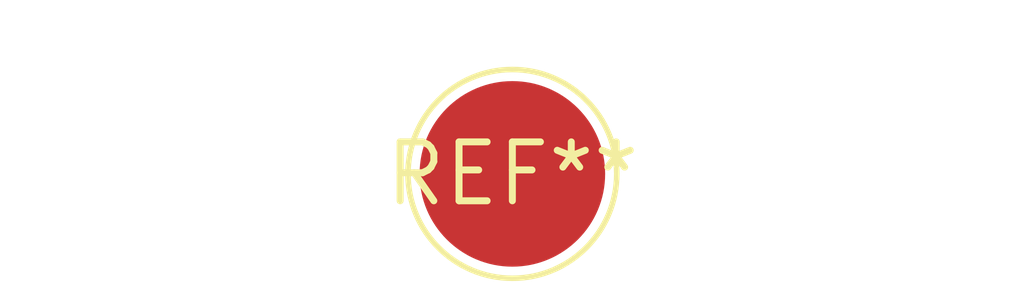
<source format=kicad_pcb>
(kicad_pcb (version 20240108) (generator pcbnew)
  (layers (0 "F.Cu" signal) (31 "B.Cu" signal) (34 "B.Paste" user) (35 "F.Paste" user) (36 "B.SilkS" user "B.Silkscreen") (37 "F.SilkS" user "F.Silkscreen") (38 "B.Mask" user) (39 "F.Mask" user) (44 "Edge.Cuts" user))
  (net 0 "")
  (footprint "TestPoint_Pad_D4.0mm" (layer "F.Cu") (at 0 0)
    (property "Reference" "REF**")
    (property "Value" "TestPoint_Pad_D4.0mm")
    (fp_circle (center 0 0) (end 0 2.25) (layer "F.SilkS") (stroke (width 0.12)) (fill none))
    (pad "1" smd circle (at 0 0) (size 4 4) (layers "F.Cu" "F.Mask"))
  )
)
</source>
